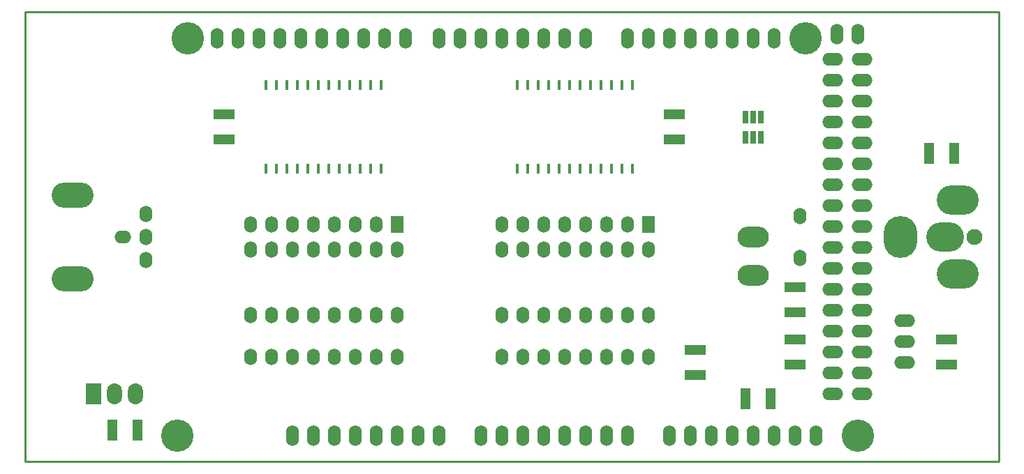
<source format=gbs>
G04 #@! TF.FileFunction,Soldermask,Bot*
%FSLAX46Y46*%
G04 Gerber Fmt 4.6, Leading zero omitted, Abs format (unit mm)*
G04 Created by KiCad (PCBNEW 0.201501052116+5352~20~ubuntu14.04.1-product) date Thu 08 Jan 2015 03:37:31 PM EST*
%MOMM*%
G01*
G04 APERTURE LIST*
%ADD10C,0.100000*%
%ADD11C,0.228600*%
%ADD12R,2.540000X1.270000*%
%ADD13R,1.270000X2.540000*%
%ADD14R,0.762000X1.534160*%
%ADD15O,1.854200X2.540000*%
%ADD16R,1.854200X2.540000*%
%ADD17C,1.930400*%
%ADD18O,4.572000X3.556000*%
%ADD19O,4.064000X5.080000*%
%ADD20O,5.080000X3.556000*%
%ADD21O,2.540000X1.524000*%
%ADD22R,0.381000X1.270000*%
%ADD23C,3.937000*%
%ADD24O,1.524000X2.540000*%
%ADD25O,5.080000X3.048000*%
%ADD26O,2.032000X1.524000*%
%ADD27O,1.524000X2.032000*%
%ADD28R,1.524000X2.032000*%
%ADD29O,3.810000X2.540000*%
G04 APERTURE END LIST*
D10*
D11*
X211455000Y-75565000D02*
X93345000Y-75565000D01*
X211455000Y-130175000D02*
X211455000Y-75565000D01*
X93345000Y-130175000D02*
X211455000Y-130175000D01*
X93345000Y-75565000D02*
X93345000Y-130175000D01*
D12*
X174625000Y-116586000D03*
X174625000Y-119634000D03*
X186690000Y-118364000D03*
X186690000Y-115316000D03*
X117475000Y-91059000D03*
X117475000Y-88011000D03*
X172085000Y-88011000D03*
X172085000Y-91059000D03*
D13*
X183769000Y-122555000D03*
X180721000Y-122555000D03*
X106934000Y-126365000D03*
X103886000Y-126365000D03*
D12*
X205105000Y-118364000D03*
X205105000Y-115316000D03*
D13*
X202946000Y-92710000D03*
X205994000Y-92710000D03*
D14*
X182559960Y-90733880D03*
X181610000Y-90733880D03*
X180660040Y-90733880D03*
X180660040Y-88336120D03*
X181610000Y-88336120D03*
X182559960Y-88336120D03*
D15*
X104140000Y-121920000D03*
X106680000Y-121920000D03*
D16*
X101600000Y-121920000D03*
D17*
X208457800Y-102870000D03*
D18*
X204952600Y-102870000D03*
D19*
X199466200Y-102870000D03*
D20*
X206451200Y-98374200D03*
X206451200Y-107365800D03*
D21*
X200025000Y-115570000D03*
X200025000Y-118110000D03*
X200025000Y-113030000D03*
D22*
X160655000Y-94615000D03*
X161925000Y-94615000D03*
X163195000Y-94615000D03*
X164465000Y-94615000D03*
X165735000Y-94615000D03*
X167005000Y-94615000D03*
X159385000Y-94615000D03*
X158115000Y-94615000D03*
X156845000Y-94615000D03*
X155575000Y-94615000D03*
X154305000Y-94615000D03*
X153035000Y-94615000D03*
X153035000Y-84455000D03*
X154305000Y-84455000D03*
X155575000Y-84455000D03*
X156845000Y-84455000D03*
X158115000Y-84455000D03*
X159385000Y-84455000D03*
X160655000Y-84455000D03*
X161925000Y-84455000D03*
X163195000Y-84455000D03*
X164465000Y-84455000D03*
X165735000Y-84455000D03*
X167005000Y-84455000D03*
X130175000Y-94615000D03*
X131445000Y-94615000D03*
X132715000Y-94615000D03*
X133985000Y-94615000D03*
X135255000Y-94615000D03*
X136525000Y-94615000D03*
X128905000Y-94615000D03*
X127635000Y-94615000D03*
X126365000Y-94615000D03*
X125095000Y-94615000D03*
X123825000Y-94615000D03*
X122555000Y-94615000D03*
X122555000Y-84455000D03*
X123825000Y-84455000D03*
X125095000Y-84455000D03*
X126365000Y-84455000D03*
X127635000Y-84455000D03*
X128905000Y-84455000D03*
X130175000Y-84455000D03*
X131445000Y-84455000D03*
X132715000Y-84455000D03*
X133985000Y-84455000D03*
X135255000Y-84455000D03*
X136525000Y-84455000D03*
D23*
X111760000Y-127000000D03*
X113030000Y-78740000D03*
X194310000Y-127000000D03*
X187960000Y-78740000D03*
D24*
X125730000Y-127000000D03*
X128270000Y-127000000D03*
X130810000Y-127000000D03*
X133350000Y-127000000D03*
X135890000Y-127000000D03*
X138430000Y-127000000D03*
X140970000Y-127000000D03*
X143510000Y-127000000D03*
X148590000Y-127000000D03*
X151130000Y-127000000D03*
X153670000Y-127000000D03*
X156210000Y-127000000D03*
X158750000Y-127000000D03*
X161290000Y-127000000D03*
X163830000Y-127000000D03*
X166370000Y-127000000D03*
X171450000Y-127000000D03*
X173990000Y-127000000D03*
X176530000Y-127000000D03*
X179070000Y-127000000D03*
X181610000Y-127000000D03*
X184150000Y-127000000D03*
X186690000Y-127000000D03*
X189230000Y-127000000D03*
X116586000Y-78740000D03*
X119126000Y-78740000D03*
X121666000Y-78740000D03*
X124206000Y-78740000D03*
X126746000Y-78740000D03*
X129286000Y-78740000D03*
X131826000Y-78740000D03*
X134366000Y-78740000D03*
X136906000Y-78740000D03*
X139446000Y-78740000D03*
X143510000Y-78740000D03*
X161290000Y-78740000D03*
X158750000Y-78740000D03*
X156210000Y-78740000D03*
X153670000Y-78740000D03*
X151130000Y-78740000D03*
X148590000Y-78740000D03*
X146050000Y-78740000D03*
X166370000Y-78740000D03*
X168910000Y-78740000D03*
X171450000Y-78740000D03*
X173990000Y-78740000D03*
X176530000Y-78740000D03*
X179070000Y-78740000D03*
X181610000Y-78740000D03*
X184150000Y-78740000D03*
X191770000Y-78232000D03*
X194310000Y-78232000D03*
D21*
X191262000Y-81280000D03*
X194818000Y-81280000D03*
X191262000Y-83820000D03*
X194818000Y-83820000D03*
X191262000Y-86360000D03*
X194818000Y-86360000D03*
X191262000Y-88900000D03*
X194818000Y-88900000D03*
X191262000Y-91440000D03*
X194818000Y-91440000D03*
X191262000Y-93980000D03*
X194818000Y-93980000D03*
X191262000Y-96520000D03*
X194818000Y-96520000D03*
X191262000Y-99060000D03*
X194818000Y-99060000D03*
X191262000Y-101600000D03*
X194818000Y-101600000D03*
X191262000Y-104140000D03*
X194818000Y-104140000D03*
X191262000Y-106680000D03*
X194818000Y-106680000D03*
X191262000Y-109220000D03*
X194818000Y-109220000D03*
X191262000Y-111760000D03*
X194818000Y-111760000D03*
X191262000Y-114300000D03*
X194818000Y-114300000D03*
X191262000Y-116840000D03*
X194818000Y-116840000D03*
X191262000Y-119380000D03*
X194818000Y-119380000D03*
X191262000Y-121920000D03*
X194818000Y-121920000D03*
D12*
X186690000Y-112014000D03*
X186690000Y-108966000D03*
D25*
X99060000Y-107950000D03*
X99060000Y-97790000D03*
D26*
X105156000Y-102870000D03*
D27*
X107950000Y-102870000D03*
X107950000Y-100076000D03*
X107950000Y-105664000D03*
X187325000Y-105410000D03*
X187325000Y-100330000D03*
X168910000Y-117475000D03*
X168910000Y-112395000D03*
X166370000Y-117475000D03*
X166370000Y-112395000D03*
X163830000Y-117475000D03*
X163830000Y-112395000D03*
X161290000Y-117475000D03*
X161290000Y-112395000D03*
X158750000Y-117475000D03*
X158750000Y-112395000D03*
X156210000Y-117475000D03*
X156210000Y-112395000D03*
X153670000Y-117475000D03*
X153670000Y-112395000D03*
X151130000Y-117475000D03*
X151130000Y-112395000D03*
X138430000Y-117475000D03*
X138430000Y-112395000D03*
X135890000Y-117475000D03*
X135890000Y-112395000D03*
X133350000Y-117475000D03*
X133350000Y-112395000D03*
X130810000Y-117475000D03*
X130810000Y-112395000D03*
X128270000Y-117475000D03*
X128270000Y-112395000D03*
X125730000Y-117475000D03*
X125730000Y-112395000D03*
X123190000Y-117475000D03*
X123190000Y-112395000D03*
X120650000Y-117475000D03*
X120650000Y-112395000D03*
D28*
X168910000Y-101346000D03*
D27*
X168910000Y-104394000D03*
X166370000Y-101346000D03*
X166370000Y-104394000D03*
X163830000Y-101346000D03*
X163830000Y-104394000D03*
X161290000Y-101346000D03*
X161290000Y-104394000D03*
X158750000Y-101346000D03*
X158750000Y-104394000D03*
X156210000Y-101346000D03*
X156210000Y-104394000D03*
X153670000Y-101346000D03*
X153670000Y-104394000D03*
X151130000Y-101346000D03*
X151130000Y-104394000D03*
D28*
X138430000Y-101346000D03*
D27*
X138430000Y-104394000D03*
X135890000Y-101346000D03*
X135890000Y-104394000D03*
X133350000Y-101346000D03*
X133350000Y-104394000D03*
X130810000Y-101346000D03*
X130810000Y-104394000D03*
X128270000Y-101346000D03*
X128270000Y-104394000D03*
X125730000Y-101346000D03*
X125730000Y-104394000D03*
X123190000Y-101346000D03*
X123190000Y-104394000D03*
X120650000Y-101346000D03*
X120650000Y-104394000D03*
D29*
X181610000Y-102870000D03*
X181610000Y-107569000D03*
M02*

</source>
